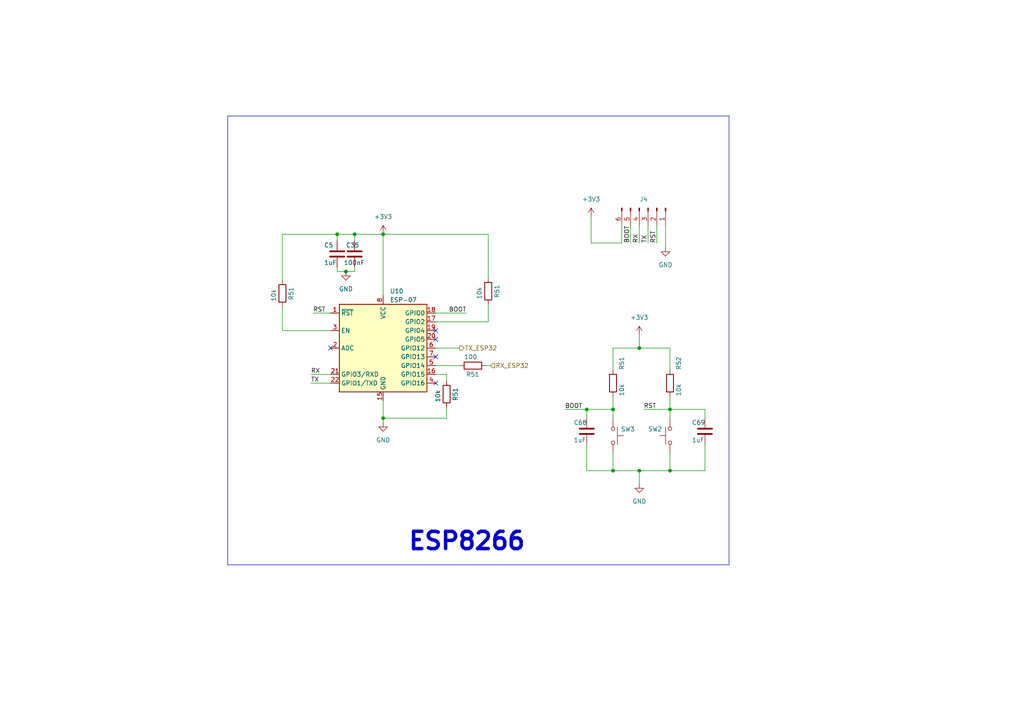
<source format=kicad_sch>
(kicad_sch (version 20230121) (generator eeschema)
  (paper "A4")
  (lib_symbols
    (symbol "+3V3_1" (power) (pin_names (offset 0))
      (property "Value" "+3V3_1" (at 0 3.556 0))
      (symbol "+3V3_1_0_1"
        (polyline (pts (xy -0.762 1.27) (xy 0 2.54)))
        (polyline (pts (xy 0 0) (xy 0 2.54)))
        (polyline (pts (xy 0 2.54) (xy 0.762 1.27)))
      )
      (symbol "+3V3_1_1_1"
        (pin power_in line (at 0 0 90) (length 0) hide (name "+3V3") (number "1"))
      )
    )
    (symbol "+3V3_2" (power) (pin_names (offset 0))
      (property "Value" "+3V3_2" (at 0 3.556 0))
      (symbol "+3V3_2_0_1"
        (polyline (pts (xy -0.762 1.27) (xy 0 2.54)))
        (polyline (pts (xy 0 0) (xy 0 2.54)))
        (polyline (pts (xy 0 2.54) (xy 0.762 1.27)))
      )
      (symbol "+3V3_2_1_1"
        (pin power_in line (at 0 0 90) (length 0) hide (name "+3V3") (number "1"))
      )
    )
    (symbol "Connector:Conn_01x06_Male" (pin_names (offset 1.016) hide)
      (property "Reference" "J" (at 0 7.62 0))
      (property "Value" "Conn_01x06_Male" (at 0 -10.16 0))
      (symbol "Conn_01x06_Male_1_1"
        (polyline (pts (xy 1.27 -7.62) (xy 0.8636 -7.62)) (stroke (width 0.1524)))
        (polyline (pts (xy 1.27 -5.08) (xy 0.8636 -5.08)) (stroke (width 0.1524)))
        (polyline (pts (xy 1.27 -2.54) (xy 0.8636 -2.54)) (stroke (width 0.1524)))
        (polyline (pts (xy 1.27 0) (xy 0.8636 0)) (stroke (width 0.1524)))
        (polyline (pts (xy 1.27 2.54) (xy 0.8636 2.54)) (stroke (width 0.1524)))
        (polyline (pts (xy 1.27 5.08) (xy 0.8636 5.08)) (stroke (width 0.1524)))
        (rectangle (start 0.8636 -7.493) (end 0 -7.747) (stroke (width 0.1524)) (fill (type outline)))
        (rectangle (start 0.8636 -4.953) (end 0 -5.207) (stroke (width 0.1524)) (fill (type outline)))
        (rectangle (start 0.8636 -2.413) (end 0 -2.667) (stroke (width 0.1524)) (fill (type outline)))
        (rectangle (start 0.8636 0.127) (end 0 -0.127) (stroke (width 0.1524)) (fill (type outline)))
        (rectangle (start 0.8636 2.667) (end 0 2.413) (stroke (width 0.1524)) (fill (type outline)))
        (rectangle (start 0.8636 5.207) (end 0 4.953) (stroke (width 0.1524)) (fill (type outline)))
        (pin passive line (at 5.08 5.08 180) (length 3.81) (name "Pin_1") (number "1"))
        (pin passive line (at 5.08 2.54 180) (length 3.81) (name "Pin_2") (number "2"))
        (pin passive line (at 5.08 0 180) (length 3.81) (name "Pin_3") (number "3"))
        (pin passive line (at 5.08 -2.54 180) (length 3.81) (name "Pin_4") (number "4"))
        (pin passive line (at 5.08 -5.08 180) (length 3.81) (name "Pin_5") (number "5"))
        (pin passive line (at 5.08 -7.62 180) (length 3.81) (name "Pin_6") (number "6"))
      )
    )
    (symbol "Device:C" (pin_numbers hide) (pin_names (offset 0.254))
      (property "Reference" "C" (at 0.635 2.54 0))
      (property "Value" "C" (at 0.635 -2.54 0))
      (symbol "C_0_1"
        (polyline (pts (xy -2.032 -0.762) (xy 2.032 -0.762)) (stroke (width 0.508)))
        (polyline (pts (xy -2.032 0.762) (xy 2.032 0.762)) (stroke (width 0.508)))
      )
      (symbol "C_1_1"
        (pin passive line (at 0 3.81 270) (length 2.794) (name "~") (number "1"))
        (pin passive line (at 0 -3.81 90) (length 2.794) (name "~") (number "2"))
      )
    )
    (symbol "Device:R" (pin_numbers hide) (pin_names (offset 0))
      (property "Reference" "R" (at 2.032 0 90))
      (property "Value" "R" (at 0 0 90))
      (symbol "R_0_1"
        (rectangle (start -1.016 -2.54) (end 1.016 2.54) (stroke (width 0.254)))
      )
      (symbol "R_1_1"
        (pin passive line (at 0 3.81 270) (length 1.27) (name "~") (number "1"))
        (pin passive line (at 0 -3.81 90) (length 1.27) (name "~") (number "2"))
      )
    )
    (symbol "GND_1" (power) (pin_names (offset 0))
      (property "Value" "GND_1" (at 0 -3.81 0))
      (symbol "GND_1_0_1"
        (polyline (pts (xy 0 0) (xy 0 -1.27) (xy 1.27 -1.27) (xy 0 -2.54) (xy -1.27 -1.27) (xy 0 -1.27)))
      )
      (symbol "GND_1_1_1"
        (pin power_in line (at 0 0 270) (length 0) hide (name "GND") (number "1"))
      )
    )
    (symbol "GND_2" (power) (pin_names (offset 0))
      (property "Value" "GND_2" (at 0 -3.81 0))
      (symbol "GND_2_0_1"
        (polyline (pts (xy 0 0) (xy 0 -1.27) (xy 1.27 -1.27) (xy 0 -2.54) (xy -1.27 -1.27) (xy 0 -1.27)))
      )
      (symbol "GND_2_1_1"
        (pin power_in line (at 0 0 270) (length 0) hide (name "GND") (number "1"))
      )
    )
    (symbol "GND_3" (power) (pin_names (offset 0))
      (property "Value" "GND_3" (at 0 -3.81 0))
      (symbol "GND_3_0_1"
        (polyline (pts (xy 0 0) (xy 0 -1.27) (xy 1.27 -1.27) (xy 0 -2.54) (xy -1.27 -1.27) (xy 0 -1.27)))
      )
      (symbol "GND_3_1_1"
        (pin power_in line (at 0 0 270) (length 0) hide (name "GND") (number "1"))
      )
    )
    (symbol "IVS_SYMBOLS:ESP-07"
      (property "Reference" "U" (at 0 2.54 0))
      (property "Value" "ESP-07" (at 0 0 0))
      (symbol "ESP-07_0_1"
        (rectangle (start -12.7 12.7) (end 12.7 -12.7) (stroke (width 0.254)) (fill (type background)))
      )
      (symbol "ESP-07_1_1"
        (pin input line (at -15.24 10.16 0) (length 2.54) (name "~{RST}") (number "1"))
        (pin power_in line (at 0 -15.24 90) (length 2.54) (name "GND") (number "15"))
        (pin bidirectional line (at 15.24 -7.62 180) (length 2.54) (name "GPIO15") (number "16"))
        (pin bidirectional line (at 15.24 7.62 180) (length 2.54) (name "GPIO2") (number "17"))
        (pin bidirectional line (at 15.24 10.16 180) (length 2.54) (name "GPIO0") (number "18"))
        (pin bidirectional line (at 15.24 5.08 180) (length 2.54) (name "GPIO4") (number "19"))
        (pin input line (at -15.24 0 0) (length 2.54) (name "ADC") (number "2"))
        (pin bidirectional line (at 15.24 2.54 180) (length 2.54) (name "GPIO5") (number "20"))
        (pin bidirectional line (at -15.24 -7.62 0) (length 2.54) (name "GPIO3/RXD") (number "21"))
        (pin bidirectional line (at -15.24 -10.16 0) (length 2.54) (name "GPIO1/TXD") (number "22"))
        (pin input line (at -15.24 5.08 0) (length 2.54) (name "EN") (number "3"))
        (pin bidirectional line (at 15.24 -10.16 180) (length 2.54) (name "GPIO16") (number "4"))
        (pin bidirectional line (at 15.24 -5.08 180) (length 2.54) (name "GPIO14") (number "5"))
        (pin bidirectional line (at 15.24 0 180) (length 2.54) (name "GPIO12") (number "6"))
        (pin bidirectional line (at 15.24 -2.54 180) (length 2.54) (name "GPIO13") (number "7"))
        (pin power_in line (at 0 15.24 270) (length 2.54) (name "VCC") (number "8"))
      )
    )
    (symbol "Switch:SW_Push" (pin_numbers hide) (pin_names (offset 1.016) hide)
      (property "Reference" "SW" (at 1.27 2.54 0))
      (property "Value" "SW_Push" (at 0 -1.524 0))
      (symbol "SW_Push_0_1"
        (circle (center -2.032 0) (radius 0.508))
        (polyline (pts (xy 0 1.27) (xy 0 3.048)))
        (polyline (pts (xy 2.54 1.27) (xy -2.54 1.27)))
        (circle (center 2.032 0) (radius 0.508))
        (pin passive line (at -5.08 0 0) (length 2.54) (name "1") (number "1"))
        (pin passive line (at 5.08 0 180) (length 2.54) (name "2") (number "2"))
      )
    )
    (symbol "power:+3V3" (power) (pin_names (offset 0))
      (property "Value" "+3V3" (at 0 3.556 0))
      (symbol "+3V3_0_1"
        (polyline (pts (xy -0.762 1.27) (xy 0 2.54)))
        (polyline (pts (xy 0 0) (xy 0 2.54)))
        (polyline (pts (xy 0 2.54) (xy 0.762 1.27)))
      )
      (symbol "+3V3_1_1"
        (pin power_in line (at 0 0 90) (length 0) hide (name "+3V3") (number "1"))
      )
    )
    (symbol "power:GND" (power) (pin_names (offset 0))
      (property "Value" "GND" (at 0 -3.81 0))
      (symbol "GND_0_1"
        (polyline (pts (xy 0 0) (xy 0 -1.27) (xy 1.27 -1.27) (xy 0 -2.54) (xy -1.27 -1.27) (xy 0 -1.27)))
      )
      (symbol "GND_1_1"
        (pin power_in line (at 0 0 270) (length 0) hide (name "GND") (number "1"))
      )
    )
  )
  (junction (at 177.8 136.525))
  (junction (at 194.31 118.745))
  (junction (at 177.8 118.745))
  (junction (at 194.31 136.525))
  (junction (at 170.18 118.745))
  (junction (at 102.87 67.945))
  (junction (at 97.79 67.945))
  (junction (at 185.42 136.525))
  (junction (at 111.125 67.945))
  (junction (at 100.33 78.74))
  (junction (at 185.42 100.965))
  (junction (at 111.125 121.285))
  (no_connect (at 126.365 111.125))
  (no_connect (at 126.365 103.505))
  (no_connect (at 126.365 95.885))
  (no_connect (at 95.885 100.965))
  (no_connect (at 126.365 98.425))
  (wire (pts (xy 111.125 121.285) (xy 111.125 122.555)))
  (wire (pts (xy 102.87 67.945) (xy 111.125 67.945)))
  (wire (pts (xy 126.365 108.585) (xy 129.54 108.585)))
  (wire (pts (xy 186.69 118.745) (xy 194.31 118.745)))
  (wire (pts (xy 177.8 131.445) (xy 177.8 136.525)))
  (wire (pts (xy 170.18 136.525) (xy 177.8 136.525)))
  (wire (pts (xy 185.42 136.525) (xy 194.31 136.525)))
  (wire (pts (xy 81.915 88.9) (xy 81.915 95.885)))
  (wire (pts (xy 194.31 118.745) (xy 194.31 121.285)))
  (wire (pts (xy 177.8 107.315) (xy 177.8 100.965)))
  (wire (pts (xy 97.79 67.945) (xy 102.87 67.945)))
  (wire (pts (xy 102.87 67.945) (xy 102.87 69.85)))
  (wire (pts (xy 81.915 81.28) (xy 81.915 67.945)))
  (wire (pts (xy 194.31 136.525) (xy 204.47 136.525)))
  (wire (pts (xy 185.42 100.965) (xy 177.8 100.965)))
  (wire (pts (xy 100.33 78.74) (xy 102.87 78.74)))
  (wire (pts (xy 171.45 62.865) (xy 171.45 70.485)))
  (wire (pts (xy 194.31 131.445) (xy 194.31 136.525)))
  (wire (pts (xy 177.8 136.525) (xy 185.42 136.525)))
  (wire (pts (xy 141.605 80.645) (xy 141.605 67.945)))
  (wire (pts (xy 204.47 118.745) (xy 194.31 118.745)))
  (wire (pts (xy 129.54 121.285) (xy 111.125 121.285)))
  (wire (pts (xy 185.42 65.405) (xy 185.42 70.485)))
  (wire (pts (xy 141.605 93.345) (xy 126.365 93.345)))
  (wire (pts (xy 140.97 106.045) (xy 142.24 106.045)))
  (wire (pts (xy 204.47 128.905) (xy 204.47 136.525)))
  (polyline (pts (xy 66.04 33.655) (xy 211.455 33.655)))
  (wire (pts (xy 177.8 114.935) (xy 177.8 118.745)))
  (polyline (pts (xy 66.04 33.655) (xy 66.04 163.83)))
  (wire (pts (xy 97.79 69.85) (xy 97.79 67.945)))
  (wire (pts (xy 129.54 108.585) (xy 129.54 110.49)))
  (wire (pts (xy 171.45 70.485) (xy 180.34 70.485)))
  (wire (pts (xy 90.17 108.585) (xy 95.885 108.585)))
  (wire (pts (xy 185.42 97.155) (xy 185.42 100.965)))
  (wire (pts (xy 185.42 136.525) (xy 185.42 140.335)))
  (wire (pts (xy 163.83 118.745) (xy 170.18 118.745)))
  (wire (pts (xy 90.805 90.805) (xy 95.885 90.805)))
  (wire (pts (xy 133.35 100.965) (xy 126.365 100.965)))
  (wire (pts (xy 194.31 100.965) (xy 185.42 100.965)))
  (wire (pts (xy 194.31 107.315) (xy 194.31 100.965)))
  (wire (pts (xy 177.8 118.745) (xy 177.8 121.285)))
  (wire (pts (xy 97.79 78.74) (xy 100.33 78.74)))
  (wire (pts (xy 170.18 118.745) (xy 170.18 121.285)))
  (wire (pts (xy 111.125 67.945) (xy 111.125 85.725)))
  (wire (pts (xy 111.125 116.205) (xy 111.125 121.285)))
  (polyline (pts (xy 211.455 33.655) (xy 211.455 163.83)))
  (wire (pts (xy 102.87 77.47) (xy 102.87 78.74)))
  (wire (pts (xy 182.88 65.405) (xy 182.88 70.485)))
  (wire (pts (xy 187.96 65.405) (xy 187.96 70.485)))
  (wire (pts (xy 141.605 88.265) (xy 141.605 93.345)))
  (wire (pts (xy 90.17 111.125) (xy 95.885 111.125)))
  (wire (pts (xy 81.915 95.885) (xy 95.885 95.885)))
  (wire (pts (xy 190.5 65.405) (xy 190.5 70.485)))
  (wire (pts (xy 135.255 90.805) (xy 126.365 90.805)))
  (wire (pts (xy 194.31 114.935) (xy 194.31 118.745)))
  (wire (pts (xy 193.04 65.405) (xy 193.04 71.755)))
  (wire (pts (xy 81.915 67.945) (xy 97.79 67.945)))
  (wire (pts (xy 180.34 65.405) (xy 180.34 70.485)))
  (wire (pts (xy 204.47 121.285) (xy 204.47 118.745)))
  (wire (pts (xy 170.18 118.745) (xy 177.8 118.745)))
  (polyline (pts (xy 211.455 163.83) (xy 66.04 163.83)))
  (wire (pts (xy 129.54 118.11) (xy 129.54 121.285)))
  (wire (pts (xy 133.35 106.045) (xy 126.365 106.045)))
  (wire (pts (xy 141.605 67.945) (xy 111.125 67.945)))
  (wire (pts (xy 170.18 128.905) (xy 170.18 136.525)))
  (wire (pts (xy 97.79 77.47) (xy 97.79 78.74)))
  (text "ESP8266" (at 118.11 160.02 0) (effects (font (size 5 5) (thickness 1) bold) (justify left bottom)))
  (label "TX" (at 187.96 70.485 90))
  (label "TX" (at 90.17 111.125 0))
  (label "RX" (at 90.17 108.585 0))
  (label "RST" (at 186.69 118.745 0))
  (label "RST" (at 90.805 90.805 0))
  (label "BOOT" (at 135.255 90.805 180))
  (label "BOOT" (at 163.83 118.745 0))
  (label "RX" (at 185.42 70.485 90))
  (label "RST" (at 190.5 70.485 90))
  (label "BOOT" (at 182.88 70.485 90))
  (hierarchical_label "RX_ESP32" (shape input) (at 142.24 106.045 0))
  (hierarchical_label "TX_ESP32" (shape output) (at 133.35 100.965 0))
  (symbol (lib_id "IVS_SYMBOLS:ESP-07") (at 111.125 100.965 0) (unit 1)
    (property "Reference" "U10" (at 113.0809 84.455 0) (effects (justify left)))
    (property "Value" "ESP-07" (at 113.0809 86.995 0) (effects (justify left)))
    (property "Footprint" "IVS_FOOTPRINTS:ESP8266-07__ESP32-C3-12F" (effects hide))
    (property "Datasheet" "https://datasheetspdf.com/pdf/1418335/AI-Thinker/ESP-07/1" (effects hide))
  )
  (symbol (lib_id "power:GND") (at 100.33 78.74 0) (unit 1)
    (property "Reference" "#PWR031" (effects hide))
    (property "Value" "GND" (at 100.33 83.82 0))
    (instances (project "DLAnhDan_BoardTruyenDuLieu" (path "" (reference "#PWR031") (unit 1))) (project "DO_AN_DKTD" (path "" (reference "#PWR059") (unit 1))))
  )
  (symbol (lib_id "Device:C") (at 204.47 125.095 0) (unit 1)
    (property "Reference" "C69" (at 200.66 122.555 0) (effects (justify left)))
    (property "Value" "1uF" (at 200.66 127.635 0) (effects (justify left)))
    (property "Footprint" "IVS_FOOTPRINTS:C_0603" (effects hide))
    (instances (project "DLAnhDan_BoardTruyenDuLieu" (path "" (reference "C69") (unit 1))) (project "DO_AN_DKTD" (path "" (reference "C30") (unit 1))))
  )
  (symbol (lib_id "Device:R") (at 194.31 111.125 0) (unit 1)
    (property "Reference" "R52" (at 196.85 107.315 90) (effects (justify left)))
    (property "Value" "10k" (at 196.85 114.935 90) (effects (justify left)))
    (property "Footprint" "IVS_FOOTPRINTS:R_0603" (effects hide))
    (instances (project "DLAnhDan_BoardTruyenDuLieu" (path "" (reference "R52") (unit 1))) (project "DO_AN_DKTD" (path "" (reference "R45") (unit 1))))
  )
  (symbol (lib_id "Device:C") (at 170.18 125.095 0) (unit 1)
    (property "Reference" "C68" (at 166.37 122.555 0) (effects (justify left)))
    (property "Value" "1uF" (at 166.37 127.635 0) (effects (justify left)))
    (property "Footprint" "IVS_FOOTPRINTS:C_0603" (effects hide))
    (instances (project "DLAnhDan_BoardTruyenDuLieu" (path "" (reference "C68") (unit 1))) (project "DO_AN_DKTD" (path "" (reference "C29") (unit 1))))
  )
  (symbol (lib_name "GND_3") (lib_id "power:GND") (at 111.125 122.555 0) (unit 1)
    (property "Reference" "#PWR031" (effects hide))
    (property "Value" "GND" (at 111.125 127.635 0))
    (instances (project "DLAnhDan_BoardTruyenDuLieu" (path "" (reference "#PWR031") (unit 1))) (project "DO_AN_DKTD" (path "" (reference "#PWR057") (unit 1))))
  )
  (symbol (lib_id "Device:C") (at 102.87 73.66 0) (unit 1)
    (property "Reference" "C35" (at 100.33 71.12 0) (effects (justify left)))
    (property "Value" "100nF" (at 99.695 76.2 0) (effects (justify left)))
    (property "Footprint" "IVS_FOOTPRINTS:C_0603" (effects hide))
    (instances (project "DLAnhDan_BoardTruyenDuLieu" (path "" (reference "C35") (unit 1))) (project "DO_AN_DKTD" (path "" (reference "C32") (unit 1))))
  )
  (symbol (lib_id "Device:R") (at 137.16 106.045 90) (mirror x) (unit 1)
    (property "Reference" "R51" (at 139.065 108.585 90) (effects (justify left)))
    (property "Value" "100" (at 138.43 103.505 90) (effects (justify left)))
    (property "Footprint" "IVS_FOOTPRINTS:R_0603" (effects hide))
    (instances (project "DLAnhDan_BoardTruyenDuLieu" (path "" (reference "R51") (unit 1))) (project "DO_AN_DKTD" (path "" (reference "R42") (unit 1))))
  )
  (symbol (lib_id "Switch:SW_Push") (at 177.8 126.365 270) (mirror x) (unit 1)
    (property "Reference" "SW3" (at 184.15 124.46 90) (effects (justify right)))
    (property "Value" "SW_Push" (effects hide))
    (property "Footprint" "IVS_FOOTPRINTS:SW_SPST_PTS810" (effects hide))
  )
  (symbol (lib_id "power:+3V3") (at 111.125 67.945 0) (unit 1)
    (property "Reference" "#PWR07" (effects hide))
    (property "Value" "+3V3" (at 111.125 62.865 0))
    (instances (project "DLAnhDan_BoardTruyenDuLieu" (path "" (reference "#PWR07") (unit 1))) (project "DO_AN_DKTD" (path "" (reference "#PWR058") (unit 1))))
  )
  (symbol (lib_name "+3V3_2") (lib_id "power:+3V3") (at 171.45 62.865 0) (unit 1)
    (property "Reference" "#PWR037" (effects hide))
    (property "Value" "+3V3" (at 171.45 57.785 0))
    (instances (project "DLAnhDan_BoardTruyenDuLieu" (path "" (reference "#PWR037") (unit 1))) (project "DO_AN_DKTD" (path "" (reference "#PWR053") (unit 1))))
  )
  (symbol (lib_id "Connector:Conn_01x06_Male") (at 187.96 60.325 270) (unit 1)
    (property "Reference" "J4" (at 186.69 57.785 90))
    (property "Value" " " (effects hide))
    (property "Footprint" "IVS_FOOTPRINTS:PinHeader_1x06_P2.54mm_Vertical" (effects hide))
    (instances (project "DLAnhDan_BoardTruyenDuLieu" (path "" (reference "J4") (unit 1))) (project "DO_AN_DKTD" (path "" (reference "J6") (unit 1))))
  )
  (symbol (lib_id "Device:R") (at 141.605 84.455 0) (mirror x) (unit 1)
    (property "Reference" "R51" (at 144.145 82.55 90) (effects (justify left)))
    (property "Value" "10k" (at 139.065 83.185 90) (effects (justify left)))
    (property "Footprint" "IVS_FOOTPRINTS:R_0603" (effects hide))
    (instances (project "DLAnhDan_BoardTruyenDuLieu" (path "" (reference "R51") (unit 1))) (project "DO_AN_DKTD" (path "" (reference "R34") (unit 1))))
  )
  (symbol (lib_name "GND_1") (lib_id "power:GND") (at 185.42 140.335 0) (unit 1)
    (property "Reference" "#PWR074" (effects hide))
    (property "Value" "GND" (at 185.42 145.415 0))
    (instances (project "DLAnhDan_BoardTruyenDuLieu" (path "" (reference "#PWR074") (unit 1))) (project "DO_AN_DKTD" (path "" (reference "#PWR055") (unit 1))))
  )
  (symbol (lib_id "Switch:SW_Push") (at 194.31 126.365 90) (unit 1)
    (property "Reference" "SW2" (at 187.96 124.46 90) (effects (justify right)))
    (property "Value" "SW_Push" (effects hide))
    (property "Footprint" "IVS_FOOTPRINTS:SW_SPST_PTS810" (effects hide))
  )
  (symbol (lib_id "Device:R") (at 129.54 114.3 0) (mirror x) (unit 1)
    (property "Reference" "R51" (at 132.08 112.395 90) (effects (justify left)))
    (property "Value" "10k" (at 127 113.03 90) (effects (justify left)))
    (property "Footprint" "IVS_FOOTPRINTS:R_0603" (effects hide))
    (instances (project "DLAnhDan_BoardTruyenDuLieu" (path "" (reference "R51") (unit 1))) (project "DO_AN_DKTD" (path "" (reference "R35") (unit 1))))
  )
  (symbol (lib_name "GND_2") (lib_id "power:GND") (at 193.04 71.755 0) (unit 1)
    (property "Reference" "#PWR038" (effects hide))
    (property "Value" "GND" (at 193.04 76.835 0))
    (instances (project "DLAnhDan_BoardTruyenDuLieu" (path "" (reference "#PWR038") (unit 1))) (project "DO_AN_DKTD" (path "" (reference "#PWR056") (unit 1))))
  )
  (symbol (lib_name "+3V3_1") (lib_id "power:+3V3") (at 185.42 97.155 0) (unit 1)
    (property "Reference" "#PWR073" (effects hide))
    (property "Value" "+3V3" (at 185.42 92.075 0))
    (instances (project "DLAnhDan_BoardTruyenDuLieu" (path "" (reference "#PWR073") (unit 1))) (project "DO_AN_DKTD" (path "" (reference "#PWR054") (unit 1))))
  )
  (symbol (lib_id "Device:C") (at 97.79 73.66 0) (unit 1)
    (property "Reference" "C5" (at 93.98 71.12 0) (effects (justify left)))
    (property "Value" "1uF" (at 93.98 76.2 0) (effects (justify left)))
    (property "Footprint" "IVS_FOOTPRINTS:C_0603" (effects hide))
    (instances (project "DLAnhDan_BoardTruyenDuLieu" (path "" (reference "C5") (unit 1))) (project "DO_AN_DKTD" (path "" (reference "C31") (unit 1))))
  )
  (symbol (lib_id "Device:R") (at 177.8 111.125 0) (unit 1)
    (property "Reference" "R51" (at 180.34 107.315 90) (effects (justify left)))
    (property "Value" "10k" (at 180.34 114.935 90) (effects (justify left)))
    (property "Footprint" "IVS_FOOTPRINTS:R_0603" (effects hide))
    (instances (project "DLAnhDan_BoardTruyenDuLieu" (path "" (reference "R51") (unit 1))) (project "DO_AN_DKTD" (path "" (reference "R43") (unit 1))))
  )
  (symbol (lib_id "Device:R") (at 81.915 85.09 0) (mirror x) (unit 1)
    (property "Reference" "R51" (at 84.455 83.185 90) (effects (justify left)))
    (property "Value" "10k" (at 79.375 83.82 90) (effects (justify left)))
    (property "Footprint" "IVS_FOOTPRINTS:R_0603" (effects hide))
    (instances (project "DLAnhDan_BoardTruyenDuLieu" (path "" (reference "R51") (unit 1))) (project "DO_AN_DKTD" (path "" (reference "R33") (unit 1))))
  )
)
</source>
